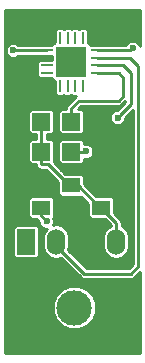
<source format=gbr>
G04 #@! TF.FileFunction,Copper,L2,Bot,Signal*
%FSLAX46Y46*%
G04 Gerber Fmt 4.6, Leading zero omitted, Abs format (unit mm)*
G04 Created by KiCad (PCBNEW 0.201512201246+6385~39~ubuntu14.04.1-stable) date Fri 15 Jan 2016 12:22:44 CET*
%MOMM*%
G01*
G04 APERTURE LIST*
%ADD10C,0.200000*%
%ADD11R,1.000000X0.250000*%
%ADD12R,0.250000X1.000000*%
%ADD13R,2.600000X2.600000*%
%ADD14R,1.498600X1.300480*%
%ADD15R,1.524000X2.199640*%
%ADD16O,1.524000X2.199640*%
%ADD17R,1.501140X1.501140*%
%ADD18C,2.999740*%
%ADD19C,0.600000*%
%ADD20C,0.250000*%
%ADD21C,0.254000*%
G04 APERTURE END LIST*
D10*
D11*
X153289000Y-72707500D03*
X153289000Y-73342500D03*
X153289000Y-73977500D03*
X153289000Y-74612500D03*
D12*
X152082500Y-75755500D03*
X151447500Y-75755500D03*
X150812500Y-75755500D03*
X150177500Y-75755500D03*
D11*
X149034500Y-74612500D03*
X149034500Y-73977500D03*
X149034500Y-73342500D03*
X149034500Y-72707500D03*
D12*
X150177500Y-71628000D03*
X150812500Y-71628000D03*
X151447500Y-71628000D03*
X152082500Y-71628000D03*
D13*
X151130000Y-73660000D03*
D14*
X151130000Y-84137500D03*
X151130000Y-86042500D03*
X148590000Y-86042500D03*
X148590000Y-84137500D03*
X153670000Y-86042500D03*
X153670000Y-84137500D03*
D15*
X147320000Y-88900000D03*
D16*
X149860000Y-88900000D03*
X152400000Y-88900000D03*
X154940000Y-88900000D03*
D17*
X153670000Y-78740000D03*
X148590000Y-78740000D03*
X151130000Y-81280000D03*
X151130000Y-78740000D03*
X148590000Y-81280000D03*
X153670000Y-81280000D03*
D18*
X151384000Y-94488000D03*
D19*
X146189700Y-72710040D03*
X150450400Y-82731200D03*
X149052900Y-87200100D03*
X156324300Y-72511920D03*
X155050600Y-78398812D03*
X152397600Y-81274100D03*
D20*
X154940000Y-88900000D02*
X154937190Y-88902810D01*
X154937190Y-88902810D02*
X154937190Y-87309690D01*
X154937190Y-87309690D02*
X153670000Y-86042500D01*
X153670000Y-86042500D02*
X153570940Y-86042500D01*
X153570940Y-86042500D02*
X151665940Y-84137500D01*
X151665940Y-84137500D02*
X151130000Y-84137500D01*
X146192240Y-72707500D02*
X146189700Y-72710040D01*
X149034500Y-72707500D02*
X146192240Y-72707500D01*
X148590000Y-78740000D02*
X148590000Y-81280000D01*
X148590000Y-81280000D02*
X148590000Y-82355900D01*
X150972300Y-84137500D02*
X151130000Y-84137500D01*
X149190700Y-82355900D02*
X150972300Y-84137500D01*
X148590000Y-82355900D02*
X149190700Y-82355900D01*
X156044800Y-86413240D02*
X153769060Y-84137500D01*
X156044800Y-89695400D02*
X156044800Y-86413240D01*
X155377100Y-90363100D02*
X156044800Y-89695400D01*
X153525280Y-90363100D02*
X155377100Y-90363100D01*
X152400000Y-89237820D02*
X153525280Y-90363100D01*
X152400000Y-88900000D02*
X152400000Y-89237820D01*
X153769060Y-84137500D02*
X153670000Y-84137500D01*
X152400000Y-88900000D02*
X152400000Y-87238921D01*
X152400000Y-87238921D02*
X151209259Y-86048180D01*
X151209259Y-86048180D02*
X151135680Y-86048180D01*
X151135680Y-86048180D02*
X151130000Y-86042500D01*
X148590000Y-84137500D02*
X149125940Y-84137500D01*
X149125940Y-84137500D02*
X151030940Y-86042500D01*
X151030940Y-86042500D02*
X151130000Y-86042500D01*
X149127300Y-84137500D02*
X146420500Y-81430700D01*
X146420500Y-81430700D02*
X146420500Y-74017761D01*
X146420500Y-74017761D02*
X147094052Y-73344209D01*
X147094052Y-73344209D02*
X149032791Y-73344209D01*
X149032791Y-73344209D02*
X149034500Y-73342500D01*
X153670000Y-84137500D02*
X153670000Y-83162000D01*
X148590000Y-84137500D02*
X149127300Y-84137500D01*
X153670000Y-81280000D02*
X153670000Y-78740000D01*
X153670000Y-82731200D02*
X150450400Y-82731200D01*
X153670000Y-81280000D02*
X153670000Y-82731200D01*
X153670000Y-82731200D02*
X153670000Y-83162000D01*
X148590000Y-86042500D02*
X148590000Y-86262323D01*
X148590000Y-86262323D02*
X148578663Y-86273660D01*
X148578663Y-86273660D02*
X148578663Y-86725863D01*
X148578663Y-86725863D02*
X149052900Y-87200100D01*
X153289000Y-72707500D02*
X156128720Y-72707500D01*
X156128720Y-72707500D02*
X156324300Y-72511920D01*
X149860000Y-88900000D02*
X149860000Y-89237820D01*
X149860000Y-89237820D02*
X152247225Y-91625045D01*
X152247225Y-91625045D02*
X156169812Y-91625045D01*
X156169812Y-91625045D02*
X156797000Y-90997857D01*
X156797000Y-90997857D02*
X156797000Y-74063578D01*
X156797000Y-74063578D02*
X156075922Y-73342500D01*
X156075922Y-73342500D02*
X154039000Y-73342500D01*
X154039000Y-73342500D02*
X153289000Y-73342500D01*
X153289000Y-73977500D02*
X155528872Y-73977500D01*
X155528872Y-73977500D02*
X156162267Y-74610895D01*
X156162267Y-77287145D02*
X155350599Y-78098813D01*
X156162267Y-74610895D02*
X156162267Y-77287145D01*
X155350599Y-78098813D02*
X155050600Y-78398812D01*
X152391700Y-81280000D02*
X152397600Y-81274100D01*
X151130000Y-81280000D02*
X152391700Y-81280000D01*
X151790400Y-76962000D02*
X151130000Y-77622400D01*
X151130000Y-77622400D02*
X151130000Y-78740000D01*
X155143200Y-76962000D02*
X151790400Y-76962000D01*
X155549600Y-76555600D02*
X155143200Y-76962000D01*
X155549600Y-75031600D02*
X155549600Y-76555600D01*
X155130500Y-74612500D02*
X155549600Y-75031600D01*
X153289000Y-74612500D02*
X155130500Y-74612500D01*
X153289000Y-74612500D02*
X153664000Y-74612500D01*
D21*
G36*
X156946600Y-72376110D02*
X156856155Y-72157217D01*
X156679931Y-71980685D01*
X156449565Y-71885029D01*
X156200129Y-71884811D01*
X155969597Y-71980065D01*
X155793065Y-72156289D01*
X155751869Y-72255500D01*
X153820633Y-72255500D01*
X153789000Y-72249094D01*
X152789000Y-72249094D01*
X152744127Y-72257537D01*
X152740605Y-72238821D01*
X152668988Y-72127526D01*
X152559714Y-72052862D01*
X152540906Y-72049053D01*
X152540906Y-71128000D01*
X152518105Y-71006821D01*
X152446488Y-70895526D01*
X152337214Y-70820862D01*
X152207500Y-70794594D01*
X151957500Y-70794594D01*
X151836321Y-70817395D01*
X151764644Y-70863519D01*
X151702214Y-70820862D01*
X151572500Y-70794594D01*
X151322500Y-70794594D01*
X151201321Y-70817395D01*
X151129644Y-70863519D01*
X151067214Y-70820862D01*
X150937500Y-70794594D01*
X150687500Y-70794594D01*
X150566321Y-70817395D01*
X150494644Y-70863519D01*
X150432214Y-70820862D01*
X150302500Y-70794594D01*
X150052500Y-70794594D01*
X149931321Y-70817395D01*
X149820026Y-70889012D01*
X149745362Y-70998286D01*
X149719094Y-71128000D01*
X149719094Y-72047462D01*
X149708821Y-72049395D01*
X149597526Y-72121012D01*
X149522862Y-72230286D01*
X149519053Y-72249094D01*
X148534500Y-72249094D01*
X148500454Y-72255500D01*
X146621892Y-72255500D01*
X146545331Y-72178805D01*
X146314965Y-72083149D01*
X146065529Y-72082931D01*
X145834997Y-72178185D01*
X145658465Y-72354409D01*
X145562809Y-72584775D01*
X145562591Y-72834211D01*
X145657845Y-73064743D01*
X145834069Y-73241275D01*
X146064435Y-73336931D01*
X146313871Y-73337149D01*
X146544403Y-73241895D01*
X146626942Y-73159500D01*
X148502867Y-73159500D01*
X148534500Y-73165906D01*
X149496594Y-73165906D01*
X149496594Y-73519094D01*
X148534500Y-73519094D01*
X148413321Y-73541895D01*
X148302026Y-73613512D01*
X148227362Y-73722786D01*
X148201094Y-73852500D01*
X148201094Y-74102500D01*
X148223895Y-74223679D01*
X148270019Y-74295356D01*
X148227362Y-74357786D01*
X148201094Y-74487500D01*
X148201094Y-74737500D01*
X148223895Y-74858679D01*
X148295512Y-74969974D01*
X148404786Y-75044638D01*
X148534500Y-75070906D01*
X149517462Y-75070906D01*
X149519395Y-75081179D01*
X149591012Y-75192474D01*
X149700286Y-75267138D01*
X149719094Y-75270947D01*
X149719094Y-76255500D01*
X149741895Y-76376679D01*
X149813512Y-76487974D01*
X149922786Y-76562638D01*
X150052500Y-76588906D01*
X150302500Y-76588906D01*
X150423679Y-76566105D01*
X150495356Y-76519981D01*
X150557786Y-76562638D01*
X150687500Y-76588906D01*
X150937500Y-76588906D01*
X151058679Y-76566105D01*
X151130356Y-76519981D01*
X151192786Y-76562638D01*
X151322500Y-76588906D01*
X151550828Y-76588906D01*
X151470788Y-76642387D01*
X150810388Y-77302788D01*
X150712406Y-77449427D01*
X150678000Y-77622400D01*
X150678000Y-77656024D01*
X150379430Y-77656024D01*
X150258251Y-77678825D01*
X150146956Y-77750442D01*
X150072292Y-77859716D01*
X150046024Y-77989430D01*
X150046024Y-79490570D01*
X150068825Y-79611749D01*
X150140442Y-79723044D01*
X150249716Y-79797708D01*
X150379430Y-79823976D01*
X151880570Y-79823976D01*
X152001749Y-79801175D01*
X152113044Y-79729558D01*
X152187708Y-79620284D01*
X152213976Y-79490570D01*
X152213976Y-77989430D01*
X152191175Y-77868251D01*
X152119558Y-77756956D01*
X152010284Y-77682292D01*
X151880570Y-77656024D01*
X151735600Y-77656024D01*
X151977625Y-77414000D01*
X155143200Y-77414000D01*
X155316173Y-77379594D01*
X155462812Y-77281612D01*
X155710267Y-77034158D01*
X155710267Y-77099921D01*
X155038387Y-77771801D01*
X154926429Y-77771703D01*
X154695897Y-77866957D01*
X154519365Y-78043181D01*
X154423709Y-78273547D01*
X154423491Y-78522983D01*
X154518745Y-78753515D01*
X154694969Y-78930047D01*
X154925335Y-79025703D01*
X155174771Y-79025921D01*
X155405303Y-78930667D01*
X155581835Y-78754443D01*
X155677491Y-78524077D01*
X155677590Y-78411046D01*
X156345000Y-77743636D01*
X156345000Y-90810633D01*
X155982588Y-91173045D01*
X152434449Y-91173045D01*
X150879015Y-89617611D01*
X150949000Y-89265773D01*
X150949000Y-88534227D01*
X150866105Y-88117485D01*
X150630039Y-87764188D01*
X150276742Y-87528122D01*
X149860000Y-87445227D01*
X149609315Y-87495091D01*
X149679791Y-87325365D01*
X149680009Y-87075929D01*
X149602092Y-86887356D01*
X149646438Y-86822454D01*
X149672706Y-86692740D01*
X149672706Y-85392260D01*
X149649905Y-85271081D01*
X149578288Y-85159786D01*
X149469014Y-85085122D01*
X149339300Y-85058854D01*
X147840700Y-85058854D01*
X147719521Y-85081655D01*
X147608226Y-85153272D01*
X147533562Y-85262546D01*
X147507294Y-85392260D01*
X147507294Y-86692740D01*
X147530095Y-86813919D01*
X147601712Y-86925214D01*
X147710986Y-86999878D01*
X147840700Y-87026146D01*
X148246136Y-87026146D01*
X148259051Y-87045475D01*
X148425889Y-87212313D01*
X148425791Y-87324271D01*
X148521045Y-87554803D01*
X148697269Y-87731335D01*
X148927635Y-87826991D01*
X149047927Y-87827096D01*
X148853895Y-88117485D01*
X148771000Y-88534227D01*
X148771000Y-89265773D01*
X148853895Y-89682515D01*
X149089961Y-90035812D01*
X149443258Y-90271878D01*
X149860000Y-90354773D01*
X150258469Y-90275513D01*
X151927613Y-91944657D01*
X152074252Y-92042639D01*
X152247225Y-92077045D01*
X156169812Y-92077045D01*
X156342785Y-92042639D01*
X156489424Y-91944657D01*
X156946600Y-91487481D01*
X156946600Y-98323400D01*
X145516600Y-98323400D01*
X145516600Y-94849793D01*
X149556814Y-94849793D01*
X149834352Y-95521487D01*
X150347810Y-96035842D01*
X151019019Y-96314552D01*
X151745793Y-96315186D01*
X152417487Y-96037648D01*
X152931842Y-95524190D01*
X153210552Y-94852981D01*
X153211186Y-94126207D01*
X152933648Y-93454513D01*
X152420190Y-92940158D01*
X151748981Y-92661448D01*
X151022207Y-92660814D01*
X150350513Y-92938352D01*
X149836158Y-93451810D01*
X149557448Y-94123019D01*
X149556814Y-94849793D01*
X145516600Y-94849793D01*
X145516600Y-87800180D01*
X146224594Y-87800180D01*
X146224594Y-89999820D01*
X146247395Y-90120999D01*
X146319012Y-90232294D01*
X146428286Y-90306958D01*
X146558000Y-90333226D01*
X148082000Y-90333226D01*
X148203179Y-90310425D01*
X148314474Y-90238808D01*
X148389138Y-90129534D01*
X148415406Y-89999820D01*
X148415406Y-87800180D01*
X148392605Y-87679001D01*
X148320988Y-87567706D01*
X148211714Y-87493042D01*
X148082000Y-87466774D01*
X146558000Y-87466774D01*
X146436821Y-87489575D01*
X146325526Y-87561192D01*
X146250862Y-87670466D01*
X146224594Y-87800180D01*
X145516600Y-87800180D01*
X145516600Y-77989430D01*
X147506024Y-77989430D01*
X147506024Y-79490570D01*
X147528825Y-79611749D01*
X147600442Y-79723044D01*
X147709716Y-79797708D01*
X147839430Y-79823976D01*
X148138000Y-79823976D01*
X148138000Y-80196024D01*
X147839430Y-80196024D01*
X147718251Y-80218825D01*
X147606956Y-80290442D01*
X147532292Y-80399716D01*
X147506024Y-80529430D01*
X147506024Y-82030570D01*
X147528825Y-82151749D01*
X147600442Y-82263044D01*
X147709716Y-82337708D01*
X147839430Y-82363976D01*
X148139606Y-82363976D01*
X148172406Y-82528873D01*
X148270388Y-82675512D01*
X148417027Y-82773494D01*
X148590000Y-82807900D01*
X149003476Y-82807900D01*
X150047294Y-83851718D01*
X150047294Y-84787740D01*
X150070095Y-84908919D01*
X150141712Y-85020214D01*
X150250986Y-85094878D01*
X150380700Y-85121146D01*
X151879300Y-85121146D01*
X151989607Y-85100391D01*
X152587294Y-85698078D01*
X152587294Y-86692740D01*
X152610095Y-86813919D01*
X152681712Y-86925214D01*
X152790986Y-86999878D01*
X152920700Y-87026146D01*
X154014422Y-87026146D01*
X154485190Y-87496914D01*
X154485190Y-87553558D01*
X154169961Y-87764188D01*
X153933895Y-88117485D01*
X153851000Y-88534227D01*
X153851000Y-89265773D01*
X153933895Y-89682515D01*
X154169961Y-90035812D01*
X154523258Y-90271878D01*
X154940000Y-90354773D01*
X155356742Y-90271878D01*
X155710039Y-90035812D01*
X155946105Y-89682515D01*
X156029000Y-89265773D01*
X156029000Y-88534227D01*
X155946105Y-88117485D01*
X155710039Y-87764188D01*
X155389190Y-87549803D01*
X155389190Y-87309690D01*
X155354784Y-87136717D01*
X155256802Y-86990078D01*
X154752706Y-86485982D01*
X154752706Y-85392260D01*
X154729905Y-85271081D01*
X154658288Y-85159786D01*
X154549014Y-85085122D01*
X154419300Y-85058854D01*
X153226518Y-85058854D01*
X152212706Y-84045042D01*
X152212706Y-83487260D01*
X152189905Y-83366081D01*
X152118288Y-83254786D01*
X152009014Y-83180122D01*
X151879300Y-83153854D01*
X150627878Y-83153854D01*
X149642269Y-82168245D01*
X149647708Y-82160284D01*
X149673976Y-82030570D01*
X149673976Y-80529430D01*
X150046024Y-80529430D01*
X150046024Y-82030570D01*
X150068825Y-82151749D01*
X150140442Y-82263044D01*
X150249716Y-82337708D01*
X150379430Y-82363976D01*
X151880570Y-82363976D01*
X152001749Y-82341175D01*
X152113044Y-82269558D01*
X152187708Y-82160284D01*
X152213976Y-82030570D01*
X152213976Y-81876758D01*
X152272335Y-81900991D01*
X152521771Y-81901209D01*
X152752303Y-81805955D01*
X152928835Y-81629731D01*
X153024491Y-81399365D01*
X153024709Y-81149929D01*
X152929455Y-80919397D01*
X152753231Y-80742865D01*
X152522865Y-80647209D01*
X152273429Y-80646991D01*
X152213976Y-80671557D01*
X152213976Y-80529430D01*
X152191175Y-80408251D01*
X152119558Y-80296956D01*
X152010284Y-80222292D01*
X151880570Y-80196024D01*
X150379430Y-80196024D01*
X150258251Y-80218825D01*
X150146956Y-80290442D01*
X150072292Y-80399716D01*
X150046024Y-80529430D01*
X149673976Y-80529430D01*
X149651175Y-80408251D01*
X149579558Y-80296956D01*
X149470284Y-80222292D01*
X149340570Y-80196024D01*
X149042000Y-80196024D01*
X149042000Y-79823976D01*
X149340570Y-79823976D01*
X149461749Y-79801175D01*
X149573044Y-79729558D01*
X149647708Y-79620284D01*
X149673976Y-79490570D01*
X149673976Y-77989430D01*
X149651175Y-77868251D01*
X149579558Y-77756956D01*
X149470284Y-77682292D01*
X149340570Y-77656024D01*
X147839430Y-77656024D01*
X147718251Y-77678825D01*
X147606956Y-77750442D01*
X147532292Y-77859716D01*
X147506024Y-77989430D01*
X145516600Y-77989430D01*
X145516600Y-69265800D01*
X156946600Y-69265800D01*
X156946600Y-72376110D01*
X156946600Y-72376110D01*
G37*
X156946600Y-72376110D02*
X156856155Y-72157217D01*
X156679931Y-71980685D01*
X156449565Y-71885029D01*
X156200129Y-71884811D01*
X155969597Y-71980065D01*
X155793065Y-72156289D01*
X155751869Y-72255500D01*
X153820633Y-72255500D01*
X153789000Y-72249094D01*
X152789000Y-72249094D01*
X152744127Y-72257537D01*
X152740605Y-72238821D01*
X152668988Y-72127526D01*
X152559714Y-72052862D01*
X152540906Y-72049053D01*
X152540906Y-71128000D01*
X152518105Y-71006821D01*
X152446488Y-70895526D01*
X152337214Y-70820862D01*
X152207500Y-70794594D01*
X151957500Y-70794594D01*
X151836321Y-70817395D01*
X151764644Y-70863519D01*
X151702214Y-70820862D01*
X151572500Y-70794594D01*
X151322500Y-70794594D01*
X151201321Y-70817395D01*
X151129644Y-70863519D01*
X151067214Y-70820862D01*
X150937500Y-70794594D01*
X150687500Y-70794594D01*
X150566321Y-70817395D01*
X150494644Y-70863519D01*
X150432214Y-70820862D01*
X150302500Y-70794594D01*
X150052500Y-70794594D01*
X149931321Y-70817395D01*
X149820026Y-70889012D01*
X149745362Y-70998286D01*
X149719094Y-71128000D01*
X149719094Y-72047462D01*
X149708821Y-72049395D01*
X149597526Y-72121012D01*
X149522862Y-72230286D01*
X149519053Y-72249094D01*
X148534500Y-72249094D01*
X148500454Y-72255500D01*
X146621892Y-72255500D01*
X146545331Y-72178805D01*
X146314965Y-72083149D01*
X146065529Y-72082931D01*
X145834997Y-72178185D01*
X145658465Y-72354409D01*
X145562809Y-72584775D01*
X145562591Y-72834211D01*
X145657845Y-73064743D01*
X145834069Y-73241275D01*
X146064435Y-73336931D01*
X146313871Y-73337149D01*
X146544403Y-73241895D01*
X146626942Y-73159500D01*
X148502867Y-73159500D01*
X148534500Y-73165906D01*
X149496594Y-73165906D01*
X149496594Y-73519094D01*
X148534500Y-73519094D01*
X148413321Y-73541895D01*
X148302026Y-73613512D01*
X148227362Y-73722786D01*
X148201094Y-73852500D01*
X148201094Y-74102500D01*
X148223895Y-74223679D01*
X148270019Y-74295356D01*
X148227362Y-74357786D01*
X148201094Y-74487500D01*
X148201094Y-74737500D01*
X148223895Y-74858679D01*
X148295512Y-74969974D01*
X148404786Y-75044638D01*
X148534500Y-75070906D01*
X149517462Y-75070906D01*
X149519395Y-75081179D01*
X149591012Y-75192474D01*
X149700286Y-75267138D01*
X149719094Y-75270947D01*
X149719094Y-76255500D01*
X149741895Y-76376679D01*
X149813512Y-76487974D01*
X149922786Y-76562638D01*
X150052500Y-76588906D01*
X150302500Y-76588906D01*
X150423679Y-76566105D01*
X150495356Y-76519981D01*
X150557786Y-76562638D01*
X150687500Y-76588906D01*
X150937500Y-76588906D01*
X151058679Y-76566105D01*
X151130356Y-76519981D01*
X151192786Y-76562638D01*
X151322500Y-76588906D01*
X151550828Y-76588906D01*
X151470788Y-76642387D01*
X150810388Y-77302788D01*
X150712406Y-77449427D01*
X150678000Y-77622400D01*
X150678000Y-77656024D01*
X150379430Y-77656024D01*
X150258251Y-77678825D01*
X150146956Y-77750442D01*
X150072292Y-77859716D01*
X150046024Y-77989430D01*
X150046024Y-79490570D01*
X150068825Y-79611749D01*
X150140442Y-79723044D01*
X150249716Y-79797708D01*
X150379430Y-79823976D01*
X151880570Y-79823976D01*
X152001749Y-79801175D01*
X152113044Y-79729558D01*
X152187708Y-79620284D01*
X152213976Y-79490570D01*
X152213976Y-77989430D01*
X152191175Y-77868251D01*
X152119558Y-77756956D01*
X152010284Y-77682292D01*
X151880570Y-77656024D01*
X151735600Y-77656024D01*
X151977625Y-77414000D01*
X155143200Y-77414000D01*
X155316173Y-77379594D01*
X155462812Y-77281612D01*
X155710267Y-77034158D01*
X155710267Y-77099921D01*
X155038387Y-77771801D01*
X154926429Y-77771703D01*
X154695897Y-77866957D01*
X154519365Y-78043181D01*
X154423709Y-78273547D01*
X154423491Y-78522983D01*
X154518745Y-78753515D01*
X154694969Y-78930047D01*
X154925335Y-79025703D01*
X155174771Y-79025921D01*
X155405303Y-78930667D01*
X155581835Y-78754443D01*
X155677491Y-78524077D01*
X155677590Y-78411046D01*
X156345000Y-77743636D01*
X156345000Y-90810633D01*
X155982588Y-91173045D01*
X152434449Y-91173045D01*
X150879015Y-89617611D01*
X150949000Y-89265773D01*
X150949000Y-88534227D01*
X150866105Y-88117485D01*
X150630039Y-87764188D01*
X150276742Y-87528122D01*
X149860000Y-87445227D01*
X149609315Y-87495091D01*
X149679791Y-87325365D01*
X149680009Y-87075929D01*
X149602092Y-86887356D01*
X149646438Y-86822454D01*
X149672706Y-86692740D01*
X149672706Y-85392260D01*
X149649905Y-85271081D01*
X149578288Y-85159786D01*
X149469014Y-85085122D01*
X149339300Y-85058854D01*
X147840700Y-85058854D01*
X147719521Y-85081655D01*
X147608226Y-85153272D01*
X147533562Y-85262546D01*
X147507294Y-85392260D01*
X147507294Y-86692740D01*
X147530095Y-86813919D01*
X147601712Y-86925214D01*
X147710986Y-86999878D01*
X147840700Y-87026146D01*
X148246136Y-87026146D01*
X148259051Y-87045475D01*
X148425889Y-87212313D01*
X148425791Y-87324271D01*
X148521045Y-87554803D01*
X148697269Y-87731335D01*
X148927635Y-87826991D01*
X149047927Y-87827096D01*
X148853895Y-88117485D01*
X148771000Y-88534227D01*
X148771000Y-89265773D01*
X148853895Y-89682515D01*
X149089961Y-90035812D01*
X149443258Y-90271878D01*
X149860000Y-90354773D01*
X150258469Y-90275513D01*
X151927613Y-91944657D01*
X152074252Y-92042639D01*
X152247225Y-92077045D01*
X156169812Y-92077045D01*
X156342785Y-92042639D01*
X156489424Y-91944657D01*
X156946600Y-91487481D01*
X156946600Y-98323400D01*
X145516600Y-98323400D01*
X145516600Y-94849793D01*
X149556814Y-94849793D01*
X149834352Y-95521487D01*
X150347810Y-96035842D01*
X151019019Y-96314552D01*
X151745793Y-96315186D01*
X152417487Y-96037648D01*
X152931842Y-95524190D01*
X153210552Y-94852981D01*
X153211186Y-94126207D01*
X152933648Y-93454513D01*
X152420190Y-92940158D01*
X151748981Y-92661448D01*
X151022207Y-92660814D01*
X150350513Y-92938352D01*
X149836158Y-93451810D01*
X149557448Y-94123019D01*
X149556814Y-94849793D01*
X145516600Y-94849793D01*
X145516600Y-87800180D01*
X146224594Y-87800180D01*
X146224594Y-89999820D01*
X146247395Y-90120999D01*
X146319012Y-90232294D01*
X146428286Y-90306958D01*
X146558000Y-90333226D01*
X148082000Y-90333226D01*
X148203179Y-90310425D01*
X148314474Y-90238808D01*
X148389138Y-90129534D01*
X148415406Y-89999820D01*
X148415406Y-87800180D01*
X148392605Y-87679001D01*
X148320988Y-87567706D01*
X148211714Y-87493042D01*
X148082000Y-87466774D01*
X146558000Y-87466774D01*
X146436821Y-87489575D01*
X146325526Y-87561192D01*
X146250862Y-87670466D01*
X146224594Y-87800180D01*
X145516600Y-87800180D01*
X145516600Y-77989430D01*
X147506024Y-77989430D01*
X147506024Y-79490570D01*
X147528825Y-79611749D01*
X147600442Y-79723044D01*
X147709716Y-79797708D01*
X147839430Y-79823976D01*
X148138000Y-79823976D01*
X148138000Y-80196024D01*
X147839430Y-80196024D01*
X147718251Y-80218825D01*
X147606956Y-80290442D01*
X147532292Y-80399716D01*
X147506024Y-80529430D01*
X147506024Y-82030570D01*
X147528825Y-82151749D01*
X147600442Y-82263044D01*
X147709716Y-82337708D01*
X147839430Y-82363976D01*
X148139606Y-82363976D01*
X148172406Y-82528873D01*
X148270388Y-82675512D01*
X148417027Y-82773494D01*
X148590000Y-82807900D01*
X149003476Y-82807900D01*
X150047294Y-83851718D01*
X150047294Y-84787740D01*
X150070095Y-84908919D01*
X150141712Y-85020214D01*
X150250986Y-85094878D01*
X150380700Y-85121146D01*
X151879300Y-85121146D01*
X151989607Y-85100391D01*
X152587294Y-85698078D01*
X152587294Y-86692740D01*
X152610095Y-86813919D01*
X152681712Y-86925214D01*
X152790986Y-86999878D01*
X152920700Y-87026146D01*
X154014422Y-87026146D01*
X154485190Y-87496914D01*
X154485190Y-87553558D01*
X154169961Y-87764188D01*
X153933895Y-88117485D01*
X153851000Y-88534227D01*
X153851000Y-89265773D01*
X153933895Y-89682515D01*
X154169961Y-90035812D01*
X154523258Y-90271878D01*
X154940000Y-90354773D01*
X155356742Y-90271878D01*
X155710039Y-90035812D01*
X155946105Y-89682515D01*
X156029000Y-89265773D01*
X156029000Y-88534227D01*
X155946105Y-88117485D01*
X155710039Y-87764188D01*
X155389190Y-87549803D01*
X155389190Y-87309690D01*
X155354784Y-87136717D01*
X155256802Y-86990078D01*
X154752706Y-86485982D01*
X154752706Y-85392260D01*
X154729905Y-85271081D01*
X154658288Y-85159786D01*
X154549014Y-85085122D01*
X154419300Y-85058854D01*
X153226518Y-85058854D01*
X152212706Y-84045042D01*
X152212706Y-83487260D01*
X152189905Y-83366081D01*
X152118288Y-83254786D01*
X152009014Y-83180122D01*
X151879300Y-83153854D01*
X150627878Y-83153854D01*
X149642269Y-82168245D01*
X149647708Y-82160284D01*
X149673976Y-82030570D01*
X149673976Y-80529430D01*
X150046024Y-80529430D01*
X150046024Y-82030570D01*
X150068825Y-82151749D01*
X150140442Y-82263044D01*
X150249716Y-82337708D01*
X150379430Y-82363976D01*
X151880570Y-82363976D01*
X152001749Y-82341175D01*
X152113044Y-82269558D01*
X152187708Y-82160284D01*
X152213976Y-82030570D01*
X152213976Y-81876758D01*
X152272335Y-81900991D01*
X152521771Y-81901209D01*
X152752303Y-81805955D01*
X152928835Y-81629731D01*
X153024491Y-81399365D01*
X153024709Y-81149929D01*
X152929455Y-80919397D01*
X152753231Y-80742865D01*
X152522865Y-80647209D01*
X152273429Y-80646991D01*
X152213976Y-80671557D01*
X152213976Y-80529430D01*
X152191175Y-80408251D01*
X152119558Y-80296956D01*
X152010284Y-80222292D01*
X151880570Y-80196024D01*
X150379430Y-80196024D01*
X150258251Y-80218825D01*
X150146956Y-80290442D01*
X150072292Y-80399716D01*
X150046024Y-80529430D01*
X149673976Y-80529430D01*
X149651175Y-80408251D01*
X149579558Y-80296956D01*
X149470284Y-80222292D01*
X149340570Y-80196024D01*
X149042000Y-80196024D01*
X149042000Y-79823976D01*
X149340570Y-79823976D01*
X149461749Y-79801175D01*
X149573044Y-79729558D01*
X149647708Y-79620284D01*
X149673976Y-79490570D01*
X149673976Y-77989430D01*
X149651175Y-77868251D01*
X149579558Y-77756956D01*
X149470284Y-77682292D01*
X149340570Y-77656024D01*
X147839430Y-77656024D01*
X147718251Y-77678825D01*
X147606956Y-77750442D01*
X147532292Y-77859716D01*
X147506024Y-77989430D01*
X145516600Y-77989430D01*
X145516600Y-69265800D01*
X156946600Y-69265800D01*
X156946600Y-72376110D01*
M02*

</source>
